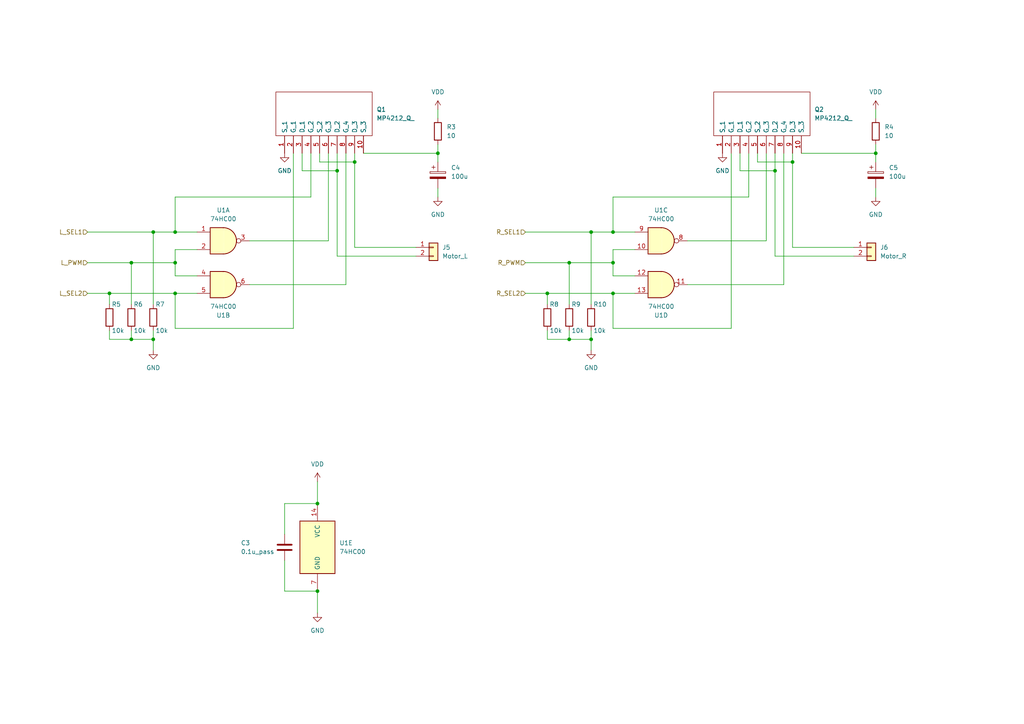
<source format=kicad_sch>
(kicad_sch (version 20230121) (generator eeschema)
  (paper "A4")
  (title_block (date "2023-08-15") (rev "Alpha0.0") (company "2023_KCCT_Experiment_Team08") (comment 1 "\"LED_Dual_AKA\": [ Pin1: Red / Pin2: Green ] *同時点灯不可"))
  (lib_symbols
    (symbol "74xx:74HC00" (pin_names (offset 1.016))
      (property "Reference" "U" (at 0 1.27 0))
      (property "Value" "74HC00" (at 0 -1.27 0))
      (symbol "74HC00_1_1"
        (arc (start 0 -3.81) (mid 3.7934 0) (end 0 3.81) (stroke (width 0.254)) (fill (type background)))
        (polyline (pts (xy 0 3.81) (xy -3.81 3.81) (xy -3.81 -3.81) (xy 0 -3.81)) (stroke (width 0.254)) (fill (type background)))
        (pin input line (at -7.62 2.54 0) (length 3.81) (name "~") (number "1"))
        (pin input line (at -7.62 -2.54 0) (length 3.81) (name "~") (number "2"))
        (pin output inverted (at 7.62 0 180) (length 3.81) (name "~") (number "3"))
      )
      (symbol "74HC00_1_2"
        (arc (start -3.81 -3.81) (mid -2.589 0) (end -3.81 3.81) (stroke (width 0.254)))
        (arc (start -0.6096 -3.81) (mid 2.1842 -2.5851) (end 3.81 0) (stroke (width 0.254)) (fill (type background)))
        (polyline (pts (xy -3.81 -3.81) (xy -0.635 -3.81)) (stroke (width 0.254)) (fill (type background)))
        (polyline (pts (xy -3.81 3.81) (xy -0.635 3.81)) (stroke (width 0.254)) (fill (type background)))
        (polyline (pts (xy -0.635 3.81) (xy -3.81 3.81) (xy -3.81 3.81) (xy -3.556 3.4036) (xy -3.0226 2.2606) (xy -2.6924 1.0414) (xy -2.6162 -0.254) (xy -2.7686 -1.4986) (xy -3.175 -2.7178) (xy -3.81 -3.81) (xy -3.81 -3.81) (xy -0.635 -3.81)) (stroke (width -25.4)) (fill (type background)))
        (arc (start 3.81 0) (mid 2.1915 2.5936) (end -0.6096 3.81) (stroke (width 0.254)) (fill (type background)))
        (pin input inverted (at -7.62 2.54 0) (length 4.318) (name "~") (number "1"))
        (pin input inverted (at -7.62 -2.54 0) (length 4.318) (name "~") (number "2"))
        (pin output line (at 7.62 0 180) (length 3.81) (name "~") (number "3"))
      )
      (symbol "74HC00_2_1"
        (arc (start 0 -3.81) (mid 3.7934 0) (end 0 3.81) (stroke (width 0.254)) (fill (type background)))
        (polyline (pts (xy 0 3.81) (xy -3.81 3.81) (xy -3.81 -3.81) (xy 0 -3.81)) (stroke (width 0.254)) (fill (type background)))
        (pin input line (at -7.62 2.54 0) (length 3.81) (name "~") (number "4"))
        (pin input line (at -7.62 -2.54 0) (length 3.81) (name "~") (number "5"))
        (pin output inverted (at 7.62 0 180) (length 3.81) (name "~") (number "6"))
      )
      (symbol "74HC00_2_2"
        (arc (start -3.81 -3.81) (mid -2.589 0) (end -3.81 3.81) (stroke (width 0.254)))
        (arc (start -0.6096 -3.81) (mid 2.1842 -2.5851) (end 3.81 0) (stroke (width 0.254)) (fill (type background)))
        (polyline (pts (xy -3.81 -3.81) (xy -0.635 -3.81)) (stroke (width 0.254)) (fill (type background)))
        (polyline (pts (xy -3.81 3.81) (xy -0.635 3.81)) (stroke (width 0.254)) (fill (type background)))
        (polyline (pts (xy -0.635 3.81) (xy -3.81 3.81) (xy -3.81 3.81) (xy -3.556 3.4036) (xy -3.0226 2.2606) (xy -2.6924 1.0414) (xy -2.6162 -0.254) (xy -2.7686 -1.4986) (xy -3.175 -2.7178) (xy -3.81 -3.81) (xy -3.81 -3.81) (xy -0.635 -3.81)) (stroke (width -25.4)) (fill (type background)))
        (arc (start 3.81 0) (mid 2.1915 2.5936) (end -0.6096 3.81) (stroke (width 0.254)) (fill (type background)))
        (pin input inverted (at -7.62 2.54 0) (length 4.318) (name "~") (number "4"))
        (pin input inverted (at -7.62 -2.54 0) (length 4.318) (name "~") (number "5"))
        (pin output line (at 7.62 0 180) (length 3.81) (name "~") (number "6"))
      )
      (symbol "74HC00_3_1"
        (arc (start 0 -3.81) (mid 3.7934 0) (end 0 3.81) (stroke (width 0.254)) (fill (type background)))
        (polyline (pts (xy 0 3.81) (xy -3.81 3.81) (xy -3.81 -3.81) (xy 0 -3.81)) (stroke (width 0.254)) (fill (type background)))
        (pin input line (at -7.62 -2.54 0) (length 3.81) (name "~") (number "10"))
        (pin output inverted (at 7.62 0 180) (length 3.81) (name "~") (number "8"))
        (pin input line (at -7.62 2.54 0) (length 3.81) (name "~") (number "9"))
      )
      (symbol "74HC00_3_2"
        (arc (start -3.81 -3.81) (mid -2.589 0) (end -3.81 3.81) (stroke (width 0.254)))
        (arc (start -0.6096 -3.81) (mid 2.1842 -2.5851) (end 3.81 0) (stroke (width 0.254)) (fill (type background)))
        (polyline (pts (xy -3.81 -3.81) (xy -0.635 -3.81)) (stroke (width 0.254)) (fill (type background)))
        (polyline (pts (xy -3.81 3.81) (xy -0.635 3.81)) (stroke (width 0.254)) (fill (type background)))
        (polyline (pts (xy -0.635 3.81) (xy -3.81 3.81) (xy -3.81 3.81) (xy -3.556 3.4036) (xy -3.0226 2.2606) (xy -2.6924 1.0414) (xy -2.6162 -0.254) (xy -2.7686 -1.4986) (xy -3.175 -2.7178) (xy -3.81 -3.81) (xy -3.81 -3.81) (xy -0.635 -3.81)) (stroke (width -25.4)) (fill (type background)))
        (arc (start 3.81 0) (mid 2.1915 2.5936) (end -0.6096 3.81) (stroke (width 0.254)) (fill (type background)))
        (pin input inverted (at -7.62 -2.54 0) (length 4.318) (name "~") (number "10"))
        (pin output line (at 7.62 0 180) (length 3.81) (name "~") (number "8"))
        (pin input inverted (at -7.62 2.54 0) (length 4.318) (name "~") (number "9"))
      )
      (symbol "74HC00_4_1"
        (arc (start 0 -3.81) (mid 3.7934 0) (end 0 3.81) (stroke (width 0.254)) (fill (type background)))
        (polyline (pts (xy 0 3.81) (xy -3.81 3.81) (xy -3.81 -3.81) (xy 0 -3.81)) (stroke (width 0.254)) (fill (type background)))
        (pin output inverted (at 7.62 0 180) (length 3.81) (name "~") (number "11"))
        (pin input line (at -7.62 2.54 0) (length 3.81) (name "~") (number "12"))
        (pin input line (at -7.62 -2.54 0) (length 3.81) (name "~") (number "13"))
      )
      (symbol "74HC00_4_2"
        (arc (start -3.81 -3.81) (mid -2.589 0) (end -3.81 3.81) (stroke (width 0.254)))
        (arc (start -0.6096 -3.81) (mid 2.1842 -2.5851) (end 3.81 0) (stroke (width 0.254)) (fill (type background)))
        (polyline (pts (xy -3.81 -3.81) (xy -0.635 -3.81)) (stroke (width 0.254)) (fill (type background)))
        (polyline (pts (xy -3.81 3.81) (xy -0.635 3.81)) (stroke (width 0.254)) (fill (type background)))
        (polyline (pts (xy -0.635 3.81) (xy -3.81 3.81) (xy -3.81 3.81) (xy -3.556 3.4036) (xy -3.0226 2.2606) (xy -2.6924 1.0414) (xy -2.6162 -0.254) (xy -2.7686 -1.4986) (xy -3.175 -2.7178) (xy -3.81 -3.81) (xy -3.81 -3.81) (xy -0.635 -3.81)) (stroke (width -25.4)) (fill (type background)))
        (arc (start 3.81 0) (mid 2.1915 2.5936) (end -0.6096 3.81) (stroke (width 0.254)) (fill (type background)))
        (pin output line (at 7.62 0 180) (length 3.81) (name "~") (number "11"))
        (pin input inverted (at -7.62 2.54 0) (length 4.318) (name "~") (number "12"))
        (pin input inverted (at -7.62 -2.54 0) (length 4.318) (name "~") (number "13"))
      )
      (symbol "74HC00_5_0"
        (pin power_in line (at 0 12.7 270) (length 5.08) (name "VCC") (number "14"))
        (pin power_in line (at 0 -12.7 90) (length 5.08) (name "GND") (number "7"))
      )
      (symbol "74HC00_5_1"
        (rectangle (start -5.08 7.62) (end 5.08 -7.62) (stroke (width 0.254)) (fill (type background)))
      )
    )
    (symbol "Connector_Generic:Conn_01x02" (pin_names (offset 1.016) hide)
      (property "Reference" "J" (at 0 2.54 0))
      (property "Value" "Conn_01x02" (at 0 -5.08 0))
      (symbol "Conn_01x02_1_1"
        (rectangle (start -1.27 -2.413) (end 0 -2.667) (stroke (width 0.1524)))
        (rectangle (start -1.27 0.127) (end 0 -0.127) (stroke (width 0.1524)))
        (rectangle (start -1.27 1.27) (end 1.27 -3.81) (stroke (width 0.254)) (fill (type background)))
        (pin passive line (at -5.08 0 0) (length 3.81) (name "Pin_1") (number "1"))
        (pin passive line (at -5.08 -2.54 0) (length 3.81) (name "Pin_2") (number "2"))
      )
    )
    (symbol "Device:C" (pin_numbers hide) (pin_names (offset 0.254))
      (property "Reference" "C" (at 0.635 2.54 0))
      (property "Value" "C" (at 0.635 -2.54 0))
      (symbol "C_0_1"
        (polyline (pts (xy -2.032 -0.762) (xy 2.032 -0.762)) (stroke (width 0.508)))
        (polyline (pts (xy -2.032 0.762) (xy 2.032 0.762)) (stroke (width 0.508)))
      )
      (symbol "C_1_1"
        (pin passive line (at 0 3.81 270) (length 2.794) (name "~") (number "1"))
        (pin passive line (at 0 -3.81 90) (length 2.794) (name "~") (number "2"))
      )
    )
    (symbol "Device:C_Polarized" (pin_numbers hide) (pin_names (offset 0.254))
      (property "Reference" "C" (at 0.635 2.54 0))
      (property "Value" "C_Polarized" (at 0.635 -2.54 0))
      (symbol "C_Polarized_0_1"
        (rectangle (start -2.286 0.508) (end 2.286 1.016))
        (polyline (pts (xy -1.778 2.286) (xy -0.762 2.286)))
        (polyline (pts (xy -1.27 2.794) (xy -1.27 1.778)))
        (rectangle (start 2.286 -0.508) (end -2.286 -1.016) (fill (type outline)))
      )
      (symbol "C_Polarized_1_1"
        (pin passive line (at 0 3.81 270) (length 2.794) (name "~") (number "1"))
        (pin passive line (at 0 -3.81 90) (length 2.794) (name "~") (number "2"))
      )
    )
    (symbol "Device:R" (pin_numbers hide) (pin_names (offset 0))
      (property "Reference" "R" (at 2.032 0 90))
      (property "Value" "R" (at 0 0 90))
      (symbol "R_0_1"
        (rectangle (start -1.016 -2.54) (end 1.016 2.54) (stroke (width 0.254)))
      )
      (symbol "R_1_1"
        (pin passive line (at 0 3.81 270) (length 1.27) (name "~") (number "1"))
        (pin passive line (at 0 -3.81 90) (length 1.27) (name "~") (number "2"))
      )
    )
    (symbol "SamacSys:MP4212_Q_" (pin_names (offset 0.762))
      (property "Reference" "Q" (at 19.05 7.62 0))
      (property "Value" "MP4212_Q_" (at 19.05 5.08 0))
      (symbol "MP4212_Q__0_0"
        (pin passive line (at 0 0 0) (length 5.08) (name "S_1") (number "1"))
        (pin passive line (at 0 -22.86 0) (length 5.08) (name "S_3") (number "10"))
        (pin passive line (at 0 -2.54 0) (length 5.08) (name "G_1") (number "2"))
        (pin passive line (at 0 -5.08 0) (length 5.08) (name "D_1") (number "3"))
        (pin passive line (at 0 -7.62 0) (length 5.08) (name "G_2") (number "4"))
        (pin passive line (at 0 -10.16 0) (length 5.08) (name "S_2") (number "5"))
        (pin passive line (at 0 -12.7 0) (length 5.08) (name "G_3") (number "6"))
        (pin passive line (at 0 -15.24 0) (length 5.08) (name "D_2") (number "7"))
        (pin passive line (at 0 -17.78 0) (length 5.08) (name "G_4") (number "8"))
        (pin passive line (at 0 -20.32 0) (length 5.08) (name "D_3") (number "9"))
      )
      (symbol "MP4212_Q__0_1"
        (polyline (pts (xy 5.08 2.54) (xy 17.78 2.54) (xy 17.78 -25.4) (xy 5.08 -25.4) (xy 5.08 2.54)) (stroke (width 0.1524)))
      )
    )
    (symbol "power:GND" (power) (pin_names (offset 0))
      (property "Value" "GND" (at 0 -3.81 0))
      (symbol "GND_0_1"
        (polyline (pts (xy 0 0) (xy 0 -1.27) (xy 1.27 -1.27) (xy 0 -2.54) (xy -1.27 -1.27) (xy 0 -1.27)))
      )
      (symbol "GND_1_1"
        (pin power_in line (at 0 0 270) (length 0) hide (name "GND") (number "1"))
      )
    )
    (symbol "power:VDD" (power) (pin_names (offset 0))
      (property "Value" "VDD" (at 0 3.81 0))
      (symbol "VDD_0_1"
        (polyline (pts (xy -0.762 1.27) (xy 0 2.54)))
        (polyline (pts (xy 0 0) (xy 0 2.54)))
        (polyline (pts (xy 0 2.54) (xy 0.762 1.27)))
      )
      (symbol "VDD_1_1"
        (pin power_in line (at 0 0 90) (length 0) hide (name "VDD") (number "1"))
      )
    )
  )
  (junction (at 97.79 49.53))
  (junction (at 38.1 76.2))
  (junction (at 92.075 171.45))
  (junction (at 102.87 46.99))
  (junction (at 50.8 67.31))
  (junction (at 44.45 98.425))
  (junction (at 177.8 85.09))
  (junction (at 165.1 76.2))
  (junction (at 171.45 98.425))
  (junction (at 31.75 85.09))
  (junction (at 229.87 46.99))
  (junction (at 50.8 85.09))
  (junction (at 38.1 98.425))
  (junction (at 254 44.45))
  (junction (at 158.75 85.09))
  (junction (at 177.8 67.31))
  (junction (at 165.1 98.425))
  (junction (at 92.075 146.05))
  (junction (at 224.79 49.53))
  (junction (at 50.8 76.2))
  (junction (at 127 44.45))
  (junction (at 44.45 67.31))
  (junction (at 177.8 76.2))
  (junction (at 171.45 67.31))
  (wire (pts (xy 85.09 44.45) (xy 85.09 95.25)))
  (wire (pts (xy 50.8 80.01) (xy 50.8 76.2)))
  (wire (pts (xy 217.17 57.15) (xy 177.8 57.15)))
  (wire (pts (xy 50.8 85.09) (xy 57.15 85.09)))
  (wire (pts (xy 184.15 80.01) (xy 177.8 80.01)))
  (wire (pts (xy 72.39 69.85) (xy 95.25 69.85)))
  (wire (pts (xy 171.45 98.425) (xy 171.45 101.6)))
  (wire (pts (xy 38.1 76.2) (xy 38.1 88.265)))
  (wire (pts (xy 95.25 69.85) (xy 95.25 44.45)))
  (wire (pts (xy 85.09 95.25) (xy 50.8 95.25)))
  (wire (pts (xy 165.1 76.2) (xy 177.8 76.2)))
  (wire (pts (xy 217.17 44.45) (xy 217.17 57.15)))
  (wire (pts (xy 177.8 85.09) (xy 184.15 85.09)))
  (wire (pts (xy 87.63 44.45) (xy 87.63 49.53)))
  (wire (pts (xy 177.8 57.15) (xy 177.8 67.31)))
  (wire (pts (xy 158.75 85.09) (xy 158.75 88.265)))
  (wire (pts (xy 50.8 67.31) (xy 57.15 67.31)))
  (wire (pts (xy 31.75 85.09) (xy 31.75 88.265)))
  (wire (pts (xy 232.41 44.45) (xy 254 44.45)))
  (wire (pts (xy 214.63 44.45) (xy 214.63 49.53)))
  (wire (pts (xy 90.17 57.15) (xy 50.8 57.15)))
  (wire (pts (xy 97.79 49.53) (xy 97.79 74.295)))
  (wire (pts (xy 224.79 49.53) (xy 224.79 74.295)))
  (wire (pts (xy 97.79 74.295) (xy 120.65 74.295)))
  (wire (pts (xy 165.1 98.425) (xy 171.45 98.425)))
  (wire (pts (xy 247.65 71.755) (xy 229.87 71.755)))
  (wire (pts (xy 177.8 72.39) (xy 184.15 72.39)))
  (wire (pts (xy 38.1 95.885) (xy 38.1 98.425)))
  (wire (pts (xy 254 44.45) (xy 254 46.99)))
  (wire (pts (xy 31.75 98.425) (xy 38.1 98.425)))
  (wire (pts (xy 50.8 95.25) (xy 50.8 85.09)))
  (wire (pts (xy 127 44.45) (xy 127 46.99)))
  (wire (pts (xy 72.39 82.55) (xy 100.33 82.55)))
  (wire (pts (xy 165.1 76.2) (xy 165.1 88.265)))
  (wire (pts (xy 127 41.91) (xy 127 44.45)))
  (wire (pts (xy 92.075 171.45) (xy 82.55 171.45)))
  (wire (pts (xy 82.55 154.94) (xy 82.55 146.05)))
  (wire (pts (xy 90.17 44.45) (xy 90.17 57.15)))
  (wire (pts (xy 177.8 80.01) (xy 177.8 76.2)))
  (wire (pts (xy 219.71 44.45) (xy 219.71 46.99)))
  (wire (pts (xy 105.41 44.45) (xy 127 44.45)))
  (wire (pts (xy 31.75 85.09) (xy 50.8 85.09)))
  (wire (pts (xy 100.33 82.55) (xy 100.33 44.45)))
  (wire (pts (xy 158.75 85.09) (xy 177.8 85.09)))
  (wire (pts (xy 120.65 71.755) (xy 102.87 71.755)))
  (wire (pts (xy 222.25 69.85) (xy 222.25 44.45)))
  (wire (pts (xy 171.45 67.31) (xy 177.8 67.31)))
  (wire (pts (xy 44.45 67.31) (xy 44.45 88.265)))
  (wire (pts (xy 212.09 95.25) (xy 177.8 95.25)))
  (wire (pts (xy 82.55 171.45) (xy 82.55 162.56)))
  (wire (pts (xy 57.15 80.01) (xy 50.8 80.01)))
  (wire (pts (xy 25.4 85.09) (xy 31.75 85.09)))
  (wire (pts (xy 158.75 98.425) (xy 165.1 98.425)))
  (wire (pts (xy 219.71 46.99) (xy 229.87 46.99)))
  (wire (pts (xy 50.8 57.15) (xy 50.8 67.31)))
  (wire (pts (xy 102.87 71.755) (xy 102.87 46.99)))
  (wire (pts (xy 214.63 49.53) (xy 224.79 49.53)))
  (wire (pts (xy 127 31.75) (xy 127 34.29)))
  (wire (pts (xy 165.1 95.885) (xy 165.1 98.425)))
  (wire (pts (xy 177.8 67.31) (xy 184.15 67.31)))
  (wire (pts (xy 227.33 82.55) (xy 227.33 44.45)))
  (wire (pts (xy 97.79 44.45) (xy 97.79 49.53)))
  (wire (pts (xy 199.39 82.55) (xy 227.33 82.55)))
  (wire (pts (xy 229.87 46.99) (xy 229.87 44.45)))
  (wire (pts (xy 44.45 67.31) (xy 50.8 67.31)))
  (wire (pts (xy 92.71 44.45) (xy 92.71 46.99)))
  (wire (pts (xy 254 41.91) (xy 254 44.45)))
  (wire (pts (xy 31.75 95.885) (xy 31.75 98.425)))
  (wire (pts (xy 82.55 146.05) (xy 92.075 146.05)))
  (wire (pts (xy 38.1 98.425) (xy 44.45 98.425)))
  (wire (pts (xy 102.87 46.99) (xy 102.87 44.45)))
  (wire (pts (xy 50.8 76.2) (xy 50.8 72.39)))
  (wire (pts (xy 92.075 177.8) (xy 92.075 171.45)))
  (wire (pts (xy 92.075 139.7) (xy 92.075 146.05)))
  (wire (pts (xy 25.4 67.31) (xy 44.45 67.31)))
  (wire (pts (xy 127 54.61) (xy 127 57.15)))
  (wire (pts (xy 152.4 76.2) (xy 165.1 76.2)))
  (wire (pts (xy 38.1 76.2) (xy 50.8 76.2)))
  (wire (pts (xy 152.4 85.09) (xy 158.75 85.09)))
  (wire (pts (xy 199.39 69.85) (xy 222.25 69.85)))
  (wire (pts (xy 158.75 95.885) (xy 158.75 98.425)))
  (wire (pts (xy 254 31.75) (xy 254 34.29)))
  (wire (pts (xy 224.79 74.295) (xy 247.65 74.295)))
  (wire (pts (xy 229.87 71.755) (xy 229.87 46.99)))
  (wire (pts (xy 171.45 95.885) (xy 171.45 98.425)))
  (wire (pts (xy 177.8 95.25) (xy 177.8 85.09)))
  (wire (pts (xy 212.09 44.45) (xy 212.09 95.25)))
  (wire (pts (xy 254 54.61) (xy 254 57.15)))
  (wire (pts (xy 224.79 44.45) (xy 224.79 49.53)))
  (wire (pts (xy 50.8 72.39) (xy 57.15 72.39)))
  (wire (pts (xy 25.4 76.2) (xy 38.1 76.2)))
  (wire (pts (xy 44.45 98.425) (xy 44.45 101.6)))
  (wire (pts (xy 92.71 46.99) (xy 102.87 46.99)))
  (wire (pts (xy 171.45 67.31) (xy 171.45 88.265)))
  (wire (pts (xy 152.4 67.31) (xy 171.45 67.31)))
  (wire (pts (xy 44.45 95.885) (xy 44.45 98.425)))
  (wire (pts (xy 87.63 49.53) (xy 97.79 49.53)))
  (wire (pts (xy 177.8 76.2) (xy 177.8 72.39)))
  (hierarchical_label "R_SEL2" (shape input) (at 152.4 85.09 180))
  (hierarchical_label "R_SEL1" (shape input) (at 152.4 67.31 180))
  (hierarchical_label "L_SEL2" (shape input) (at 25.4 85.09 180))
  (hierarchical_label "L_SEL1" (shape input) (at 25.4 67.31 180))
  (hierarchical_label "R_PWM" (shape input) (at 152.4 76.2 180))
  (hierarchical_label "L_PWM" (shape input) (at 25.4 76.2 180))
  (symbol (lib_id "power:GND") (at 171.45 101.6 0) (unit 1)
    (property "Reference" "#PWR028" (effects hide))
    (property "Value" "GND" (at 171.45 106.68 0))
  )
  (symbol (lib_id "power:VDD") (at 92.075 139.7 0) (unit 1)
    (property "Reference" "#PWR025" (effects hide))
    (property "Value" "VDD" (at 92.075 134.62 0))
  )
  (symbol (lib_id "74xx:74HC00") (at 64.77 69.85 0) (unit 1)
    (property "Reference" "U1" (at 64.7617 60.96 0))
    (property "Value" "74HC00" (at 64.7617 63.5 0))
    (property "Footprint" "Package_DIP:DIP-14_W7.62mm_Socket_LongPads" (effects hide))
    (property "Datasheet" "http://www.ti.com/lit/gpn/sn74hc00" (effects hide))
  )
  (symbol (lib_id "Device:C_Polarized") (at 254 50.8 0) (unit 1)
    (property "Reference" "C5" (at 257.81 48.641 0) (effects (justify left)))
    (property "Value" "100u" (at 257.81 51.181 0) (effects (justify left)))
    (property "Footprint" "Capacitor_THT:CP_Radial_D5.0mm_P2.00mm" (effects hide))
  )
  (symbol (lib_id "Device:R") (at 165.1 92.075 0) (unit 1)
    (property "Reference" "R9" (at 165.735 88.265 0) (effects (justify left)))
    (property "Value" "10k" (at 165.735 95.885 0) (effects (justify left)))
    (property "Footprint" "Resistor_THT:R_Axial_DIN0207_L6.3mm_D2.5mm_P10.16mm_Horizontal" (effects hide))
  )
  (symbol (lib_id "Device:R") (at 44.45 92.075 0) (unit 1)
    (property "Reference" "R7" (at 45.085 88.265 0) (effects (justify left)))
    (property "Value" "10k" (at 45.085 95.885 0) (effects (justify left)))
    (property "Footprint" "Resistor_THT:R_Axial_DIN0207_L6.3mm_D2.5mm_P10.16mm_Horizontal" (effects hide))
  )
  (symbol (lib_id "Device:C_Polarized") (at 127 50.8 0) (unit 1)
    (property "Reference" "C4" (at 130.81 48.641 0) (effects (justify left)))
    (property "Value" "100u" (at 130.81 51.181 0) (effects (justify left)))
    (property "Footprint" "Capacitor_THT:CP_Radial_D5.0mm_P2.00mm" (effects hide))
  )
  (symbol (lib_id "power:GND") (at 127 57.15 0) (unit 1)
    (property "Reference" "#PWR022" (effects hide))
    (property "Value" "GND" (at 127 62.23 0))
  )
  (symbol (lib_id "Device:R") (at 31.75 92.075 0) (unit 1)
    (property "Reference" "R5" (at 32.385 88.265 0) (effects (justify left)))
    (property "Value" "10k" (at 32.385 95.885 0) (effects (justify left)))
    (property "Footprint" "Resistor_THT:R_Axial_DIN0207_L6.3mm_D2.5mm_P10.16mm_Horizontal" (effects hide))
  )
  (symbol (lib_id "Device:R") (at 38.1 92.075 0) (unit 1)
    (property "Reference" "R6" (at 38.735 88.265 0) (effects (justify left)))
    (property "Value" "10k" (at 38.735 95.885 0) (effects (justify left)))
    (property "Footprint" "Resistor_THT:R_Axial_DIN0207_L6.3mm_D2.5mm_P10.16mm_Horizontal" (effects hide))
  )
  (symbol (lib_id "power:GND") (at 209.55 44.45 0) (unit 1)
    (property "Reference" "#PWR020" (effects hide))
    (property "Value" "GND" (at 209.55 49.53 0))
  )
  (symbol (lib_id "Device:R") (at 254 38.1 0) (unit 1)
    (property "Reference" "R4" (at 256.54 36.83 0) (effects (justify left)))
    (property "Value" "10" (at 256.54 39.37 0) (effects (justify left)))
    (property "Footprint" "Resistor_THT:R_Axial_DIN0309_L9.0mm_D3.2mm_P12.70mm_Horizontal" (effects hide))
  )
  (symbol (lib_id "SamacSys:MP4212_Q_") (at 209.55 44.45 90) (unit 1)
    (property "Reference" "Q2" (at 236.22 31.75 90) (effects (justify right)))
    (property "Value" "MP4212_Q_" (at 236.22 34.29 90) (effects (justify right)))
    (property "Footprint" "mylibrary:MP4212_Q_WIDE" (effects hide))
    (property "Datasheet" "https://toshiba-semicon-storage.com/info/docget.jsp?did=15989&prodName=MP4212" (effects hide))
    (property "Description" "Quad N/P-Channel MOSFET Module, 5 A, 60 V, 10-Pin SIP" (effects hide))
    (property "Height" "9.2" (effects hide))
    (property "RS Part Number" "6012958" (effects hide))
    (property "RS Price/Stock" "https://uk.rs-online.com/web/p/products/6012958" (effects hide))
    (property "Manufacturer_Name" "Toshiba" (effects hide))
    (property "Manufacturer_Part_Number" "MP4212(Q)" (effects hide))
  )
  (symbol (lib_id "power:VDD") (at 254 31.75 0) (unit 1)
    (property "Reference" "#PWR023" (effects hide))
    (property "Value" "VDD" (at 254 26.67 0))
  )
  (symbol (lib_id "74xx:74HC00") (at 64.77 82.55 0) (unit 2)
    (property "Reference" "U1" (at 64.77 91.44 0))
    (property "Value" "74HC00" (at 64.77 88.9 0))
    (property "Footprint" "Package_DIP:DIP-14_W7.62mm_Socket_LongPads" (effects hide))
    (property "Datasheet" "http://www.ti.com/lit/gpn/sn74hc00" (effects hide))
  )
  (symbol (lib_id "power:GND") (at 254 57.15 0) (unit 1)
    (property "Reference" "#PWR024" (effects hide))
    (property "Value" "GND" (at 254 62.23 0))
  )
  (symbol (lib_id "power:VDD") (at 127 31.75 0) (unit 1)
    (property "Reference" "#PWR021" (effects hide))
    (property "Value" "VDD" (at 127 26.67 0))
  )
  (symbol (lib_id "74xx:74HC00") (at 191.77 69.85 0) (unit 3)
    (property "Reference" "U1" (at 191.7617 60.96 0))
    (property "Value" "74HC00" (at 191.7617 63.5 0))
    (property "Footprint" "Package_DIP:DIP-14_W7.62mm_Socket_LongPads" (effects hide))
    (property "Datasheet" "http://www.ti.com/lit/gpn/sn74hc00" (effects hide))
  )
  (symbol (lib_id "Connector_Generic:Conn_01x02") (at 125.73 71.755 0) (unit 1)
    (property "Reference" "J5" (at 128.27 71.755 0) (effects (justify left)))
    (property "Value" "Motor_L" (at 128.27 74.295 0) (effects (justify left)))
    (property "Footprint" "SamacSys:SHDR2W69P0X250_1X2_500X530X1040P" (effects hide))
  )
  (symbol (lib_id "74xx:74HC00") (at 92.075 158.75 0) (unit 5)
    (property "Reference" "U1" (at 98.425 157.48 0) (effects (justify left)))
    (property "Value" "74HC00" (at 98.425 160.02 0) (effects (justify left)))
    (property "Footprint" "Package_DIP:DIP-14_W7.62mm_Socket_LongPads" (effects hide))
    (property "Datasheet" "http://www.ti.com/lit/gpn/sn74hc00" (effects hide))
  )
  (symbol (lib_id "power:GND") (at 44.45 101.6 0) (unit 1)
    (property "Reference" "#PWR027" (effects hide))
    (property "Value" "GND" (at 44.45 106.68 0))
  )
  (symbol (lib_id "SamacSys:MP4212_Q_") (at 82.55 44.45 90) (unit 1)
    (property "Reference" "Q1" (at 109.22 31.75 90) (effects (justify right)))
    (property "Value" "MP4212_Q_" (at 109.22 34.29 90) (effects (justify right)))
    (property "Footprint" "mylibrary:MP4212_Q_WIDE" (effects hide))
    (property "Datasheet" "https://toshiba-semicon-storage.com/info/docget.jsp?did=15989&prodName=MP4212" (effects hide))
    (property "Description" "Quad N/P-Channel MOSFET Module, 5 A, 60 V, 10-Pin SIP" (effects hide))
    (property "Height" "9.2" (effects hide))
    (property "RS Part Number" "6012958" (effects hide))
    (property "RS Price/Stock" "https://uk.rs-online.com/web/p/products/6012958" (effects hide))
    (property "Manufacturer_Name" "Toshiba" (effects hide))
    (property "Manufacturer_Part_Number" "MP4212(Q)" (effects hide))
  )
  (symbol (lib_id "Device:R") (at 171.45 92.075 0) (unit 1)
    (property "Reference" "R10" (at 172.085 88.265 0) (effects (justify left)))
    (property "Value" "10k" (at 172.085 95.885 0) (effects (justify left)))
    (property "Footprint" "Resistor_THT:R_Axial_DIN0207_L6.3mm_D2.5mm_P10.16mm_Horizontal" (effects hide))
  )
  (symbol (lib_id "Device:C") (at 82.55 158.75 0) (unit 1)
    (property "Reference" "C3" (at 69.85 157.48 0) (effects (justify left)))
    (property "Value" "0.1u_pass" (at 69.85 160.02 0) (effects (justify left)))
    (property "Footprint" "Capacitor_THT:C_Disc_D5.0mm_W2.5mm_P2.50mm" (effects hide))
  )
  (symbol (lib_id "power:GND") (at 82.55 44.45 0) (unit 1)
    (property "Reference" "#PWR019" (effects hide))
    (property "Value" "GND" (at 82.55 49.53 0))
  )
  (symbol (lib_id "74xx:74HC00") (at 191.77 82.55 0) (unit 4)
    (property "Reference" "U1" (at 191.77 91.44 0))
    (property "Value" "74HC00" (at 191.77 88.9 0))
    (property "Footprint" "Package_DIP:DIP-14_W7.62mm_Socket_LongPads" (effects hide))
    (property "Datasheet" "http://www.ti.com/lit/gpn/sn74hc00" (effects hide))
  )
  (symbol (lib_id "Device:R") (at 158.75 92.075 0) (unit 1)
    (property "Reference" "R8" (at 159.385 88.265 0) (effects (justify left)))
    (property "Value" "10k" (at 159.385 95.885 0) (effects (justify left)))
    (property "Footprint" "Resistor_THT:R_Axial_DIN0207_L6.3mm_D2.5mm_P10.16mm_Horizontal" (effects hide))
  )
  (symbol (lib_id "power:GND") (at 92.075 177.8 0) (unit 1)
    (property "Reference" "#PWR026" (effects hide))
    (property "Value" "GND" (at 92.075 182.88 0))
  )
  (symbol (lib_id "Device:R") (at 127 38.1 0) (unit 1)
    (property "Reference" "R3" (at 129.54 36.83 0) (effects (justify left)))
    (property "Value" "10" (at 129.54 39.37 0) (effects (justify left)))
    (property "Footprint" "Resistor_THT:R_Axial_DIN0309_L9.0mm_D3.2mm_P12.70mm_Horizontal" (effects hide))
  )
  (symbol (lib_id "Connector_Generic:Conn_01x02") (at 252.73 71.755 0) (unit 1)
    (property "Reference" "J6" (at 255.27 71.755 0) (effects (justify left)))
    (property "Value" "Motor_R" (at 255.27 74.295 0) (effects (justify left)))
    (property "Footprint" "SamacSys:SHDR2W69P0X250_1X2_500X530X1040P" (effects hide))
  )
)
</source>
